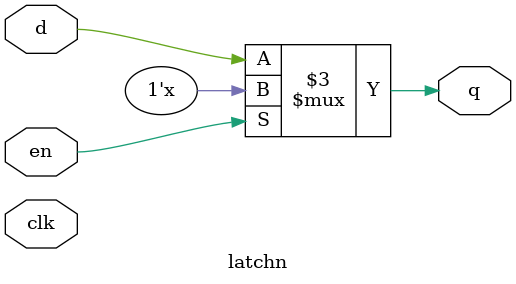
<source format=v>
module latchn (
    input d,
    clk,
    en,
    output reg q
);
  always @* if (!en) q <= d;
endmodule
</source>
